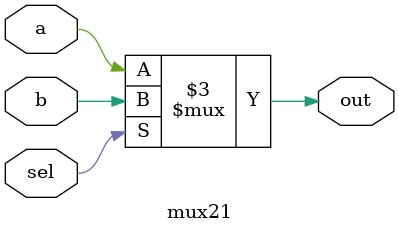
<source format=v>
module mux21(input a, input b, input sel, output reg out);
	always @(*) begin
		if (sel)
			out = b;
		else
			out = a;
	end
endmodule

</source>
